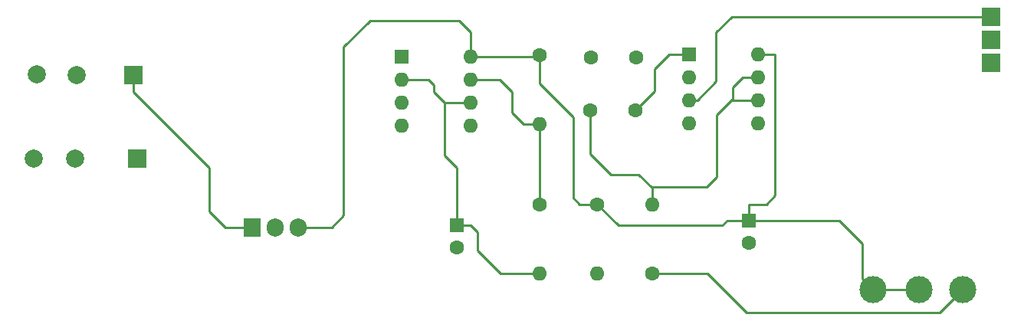
<source format=gbr>
%TF.GenerationSoftware,KiCad,Pcbnew,7.0.8*%
%TF.CreationDate,2024-09-13T08:40:35+02:00*%
%TF.ProjectId,Servotester,53657276-6f74-4657-9374-65722e6b6963,rev?*%
%TF.SameCoordinates,Original*%
%TF.FileFunction,Copper,L2,Bot*%
%TF.FilePolarity,Positive*%
%FSLAX46Y46*%
G04 Gerber Fmt 4.6, Leading zero omitted, Abs format (unit mm)*
G04 Created by KiCad (PCBNEW 7.0.8) date 2024-09-13 08:40:35*
%MOMM*%
%LPD*%
G01*
G04 APERTURE LIST*
%TA.AperFunction,ComponentPad*%
%ADD10C,1.600000*%
%TD*%
%TA.AperFunction,ComponentPad*%
%ADD11O,1.600000X1.600000*%
%TD*%
%TA.AperFunction,ComponentPad*%
%ADD12R,1.600000X1.600000*%
%TD*%
%TA.AperFunction,ComponentPad*%
%ADD13R,2.000000X2.000000*%
%TD*%
%TA.AperFunction,ComponentPad*%
%ADD14R,1.905000X2.000000*%
%TD*%
%TA.AperFunction,ComponentPad*%
%ADD15O,1.905000X2.000000*%
%TD*%
%TA.AperFunction,ComponentPad*%
%ADD16C,2.000000*%
%TD*%
%TA.AperFunction,ComponentPad*%
%ADD17C,3.000000*%
%TD*%
%TA.AperFunction,Conductor*%
%ADD18C,0.250000*%
%TD*%
G04 APERTURE END LIST*
D10*
%TO.P,10n,1*%
%TO.N,Net-(U4-TR)*%
X95758000Y-87884000D03*
%TO.P,10n,2*%
%TO.N,Net-(U3-Q)*%
X90758000Y-87884000D03*
%TD*%
%TO.P,10k,1*%
%TO.N,Net-(U2-VO)*%
X85090000Y-87630000D03*
D11*
%TO.P,10k,2*%
%TO.N,Net-(U3-DIS)*%
X85090000Y-95250000D03*
%TD*%
D10*
%TO.P,33K,1*%
%TO.N,Net-(U3-DIS)*%
X85090000Y-104140000D03*
D11*
%TO.P,33K,2*%
%TO.N,Net-(U3-THR)*%
X85090000Y-111760000D03*
%TD*%
D10*
%TO.P,100K,1*%
%TO.N,Net-(U2-VO)*%
X91440000Y-104140000D03*
D11*
%TO.P,100K,2*%
%TO.N,Net-(U4-TR)*%
X91440000Y-111760000D03*
%TD*%
D10*
%TO.P,1K,1*%
%TO.N,Net-(R4-Pad1)*%
X97536000Y-111760000D03*
D11*
%TO.P,1K,2*%
%TO.N,Net-(U4-DIS)*%
X97536000Y-104140000D03*
%TD*%
D12*
%TO.P,NE555,1,GND*%
%TO.N,Net-(U2-GND)*%
X69850000Y-87807800D03*
D11*
%TO.P,NE555,2,TR*%
%TO.N,Net-(U3-THR)*%
X69850000Y-90347800D03*
%TO.P,NE555,3,Q*%
%TO.N,Net-(U3-Q)*%
X69850000Y-92887800D03*
%TO.P,NE555,4,R*%
%TO.N,unconnected-(U3-R-Pad4)*%
X69850000Y-95427800D03*
%TO.P,NE555,5,CV*%
%TO.N,unconnected-(U3-CV-Pad5)*%
X77470000Y-95427800D03*
%TO.P,NE555,6,THR*%
%TO.N,Net-(U3-THR)*%
X77470000Y-92887800D03*
%TO.P,NE555,7,DIS*%
%TO.N,Net-(U3-DIS)*%
X77470000Y-90347800D03*
%TO.P,NE555,8,VCC*%
%TO.N,Net-(U2-VO)*%
X77470000Y-87807800D03*
%TD*%
D12*
%TO.P,NE555,1,GND*%
%TO.N,Net-(U2-GND)*%
X101600000Y-87553800D03*
D11*
%TO.P,NE555,2,TR*%
%TO.N,Net-(U4-TR)*%
X101600000Y-90093800D03*
%TO.P,NE555,3,Q*%
%TO.N,Net-(U4-Q)*%
X101600000Y-92633800D03*
%TO.P,NE555,4,R*%
%TO.N,unconnected-(U4-R-Pad4)*%
X101600000Y-95173800D03*
%TO.P,NE555,5,CV*%
%TO.N,unconnected-(U4-CV-Pad5)*%
X109220000Y-95173800D03*
%TO.P,NE555,6,THR*%
%TO.N,Net-(U4-DIS)*%
X109220000Y-92633800D03*
%TO.P,NE555,7,DIS*%
X109220000Y-90093800D03*
%TO.P,NE555,8,VCC*%
%TO.N,Net-(U2-VO)*%
X109220000Y-87553800D03*
%TD*%
D13*
%TO.P,VCC,1,LP*%
%TO.N,Net-(U4-Q)*%
X134924800Y-83413600D03*
%TD*%
%TO.P,Q,1,LP*%
%TO.N,Net-(U2-VO)*%
X134924800Y-85953600D03*
%TD*%
%TO.P,GND,1,LP_GND*%
%TO.N,Net-(U2-GND)*%
X40640000Y-99060000D03*
%TD*%
D14*
%TO.P,7805,1,VO*%
%TO.N,Net-(U1-LP_Vcc)*%
X53340000Y-106680000D03*
D15*
%TO.P,7805,2,GND*%
%TO.N,Net-(U2-GND)*%
X55880000Y-106680000D03*
%TO.P,7805,3,VI*%
%TO.N,Net-(U2-VO)*%
X58420000Y-106680000D03*
%TD*%
D13*
%TO.P,9V,1,LP_Vcc*%
%TO.N,Net-(U1-LP_Vcc)*%
X40170100Y-89865200D03*
%TD*%
D16*
%TO.P, ,1*%
%TO.N,N/C*%
X29540200Y-89827100D03*
%TD*%
%TO.P, ,1*%
%TO.N,N/C*%
X33743900Y-99060000D03*
%TD*%
D13*
%TO.P,GND,1,LP*%
%TO.N,Net-(U2-GND)*%
X134924800Y-88493600D03*
%TD*%
D12*
%TO.P,1uF,1*%
%TO.N,Net-(U3-THR)*%
X75946000Y-106426000D03*
D10*
%TO.P,1uF,2*%
%TO.N,Net-(U2-GND)*%
X75946000Y-108926000D03*
%TD*%
%TO.P,100n,1*%
%TO.N,Net-(U4-DIS)*%
X90678000Y-93726000D03*
%TO.P,100n,2*%
%TO.N,Net-(U2-GND)*%
X95678000Y-93726000D03*
%TD*%
D12*
%TO.P,100uF,1*%
%TO.N,Net-(U2-VO)*%
X108204000Y-105918000D03*
D10*
%TO.P,100uF,2*%
%TO.N,Net-(U2-GND)*%
X108204000Y-108418000D03*
%TD*%
D17*
%TO.P,20K lin,1*%
%TO.N,Net-(U2-VO)*%
X121920000Y-113538000D03*
%TD*%
%TO.P,LP,1*%
%TO.N,Net-(R4-Pad1)*%
X131826000Y-113538000D03*
%TD*%
%TO.P,LP,1*%
%TO.N,Net-(U2-VO)*%
X127000000Y-113538000D03*
%TD*%
D16*
%TO.P, ,1*%
%TO.N,N/C*%
X33921700Y-89877900D03*
%TD*%
%TO.P, ,1*%
%TO.N,N/C*%
X29171900Y-99060000D03*
%TD*%
D18*
%TO.N,Net-(U3-THR)*%
X74599800Y-98729800D02*
X74599800Y-92887800D01*
X78232000Y-109220000D02*
X78232000Y-107188000D01*
X74599800Y-92887800D02*
X73406000Y-91694000D01*
X75946000Y-100076000D02*
X74599800Y-98729800D01*
X78232000Y-107188000D02*
X77470000Y-106426000D01*
X77470000Y-92887800D02*
X74599800Y-92887800D01*
X80772000Y-111760000D02*
X78232000Y-109220000D01*
X73406000Y-91694000D02*
X73406000Y-90932000D01*
X73406000Y-90932000D02*
X72821800Y-90347800D01*
X77470000Y-106426000D02*
X75946000Y-106426000D01*
X72821800Y-90347800D02*
X69850000Y-90347800D01*
X85090000Y-111760000D02*
X80772000Y-111760000D01*
X75946000Y-106426000D02*
X75946000Y-100076000D01*
%TO.N,Net-(U2-GND)*%
X97790000Y-89154000D02*
X97790000Y-91614000D01*
X97790000Y-91614000D02*
X95678000Y-93726000D01*
X101600000Y-87553800D02*
X99390200Y-87553800D01*
X99390200Y-87553800D02*
X97790000Y-89154000D01*
%TO.N,Net-(R4-Pad1)*%
X97536000Y-111760000D02*
X103632000Y-111760000D01*
X103632000Y-111760000D02*
X107950000Y-116078000D01*
X107950000Y-116078000D02*
X129286000Y-116078000D01*
X129286000Y-116078000D02*
X131826000Y-113538000D01*
%TO.N,Net-(U4-DIS)*%
X92964000Y-100838000D02*
X96012000Y-100838000D01*
X97409000Y-102235000D02*
X97536000Y-102362000D01*
X106426000Y-91186000D02*
X106426000Y-92456000D01*
X104648000Y-94234000D02*
X104648000Y-101092000D01*
X97536000Y-102362000D02*
X97536000Y-104140000D01*
X103505000Y-102235000D02*
X97409000Y-102235000D01*
X107518200Y-90093800D02*
X106426000Y-91186000D01*
X104648000Y-101092000D02*
X103505000Y-102235000D01*
X109220000Y-92633800D02*
X106248200Y-92633800D01*
X106248200Y-92633800D02*
X104648000Y-94234000D01*
X90678000Y-98552000D02*
X92964000Y-100838000D01*
X106426000Y-92456000D02*
X106248200Y-92633800D01*
X109220000Y-90093800D02*
X107518200Y-90093800D01*
X90678000Y-93726000D02*
X90678000Y-98552000D01*
X96012000Y-100838000D02*
X97409000Y-102235000D01*
%TO.N,Net-(U2-VO)*%
X76200000Y-83820000D02*
X66395600Y-83820000D01*
X118160800Y-105918000D02*
X108204000Y-105918000D01*
X121920000Y-113538000D02*
X120751600Y-112369600D01*
X105257600Y-106476800D02*
X105816400Y-105918000D01*
X109220000Y-87553800D02*
X111074200Y-87553800D01*
X63449200Y-86766400D02*
X63449200Y-105359200D01*
X105816400Y-105918000D02*
X108204000Y-105918000D01*
X85090000Y-90779600D02*
X88798400Y-94488000D01*
X77470000Y-87807800D02*
X84912200Y-87807800D01*
X110134400Y-104140000D02*
X108204000Y-104140000D01*
X111099600Y-103174800D02*
X110134400Y-104140000D01*
X93776800Y-106476800D02*
X105257600Y-106476800D01*
X77470000Y-87807800D02*
X77470000Y-85090000D01*
X120751600Y-108508800D02*
X118160800Y-105918000D01*
X120751600Y-112369600D02*
X120751600Y-108508800D01*
X108204000Y-105918000D02*
X108204000Y-104140000D01*
X62128400Y-106680000D02*
X58420000Y-106680000D01*
X111074200Y-87553800D02*
X111099600Y-87579200D01*
X63449200Y-105359200D02*
X62128400Y-106680000D01*
X85090000Y-87630000D02*
X85090000Y-90779600D01*
X84912200Y-87807800D02*
X85090000Y-87630000D01*
X127000000Y-113538000D02*
X121920000Y-113538000D01*
X77470000Y-85090000D02*
X76200000Y-83820000D01*
X88798400Y-94488000D02*
X88798400Y-103428800D01*
X111099600Y-87579200D02*
X111099600Y-103174800D01*
X89509600Y-104140000D02*
X91440000Y-104140000D01*
X66395600Y-83820000D02*
X63449200Y-86766400D01*
X88798400Y-103428800D02*
X89509600Y-104140000D01*
X91440000Y-104140000D02*
X93776800Y-106476800D01*
%TO.N,Net-(U3-DIS)*%
X85090000Y-104140000D02*
X85090000Y-95250000D01*
X83312000Y-95250000D02*
X85090000Y-95250000D01*
X82042000Y-93980000D02*
X83312000Y-95250000D01*
X82042000Y-91694000D02*
X82042000Y-93980000D01*
X80695800Y-90347800D02*
X82042000Y-91694000D01*
X77470000Y-90347800D02*
X80695800Y-90347800D01*
%TO.N,Net-(U1-LP_Vcc)*%
X40170100Y-91732100D02*
X48564800Y-100126800D01*
X50342800Y-106730800D02*
X50393600Y-106680000D01*
X48564800Y-104952800D02*
X50342800Y-106730800D01*
X50393600Y-106680000D02*
X53340000Y-106680000D01*
X40170100Y-89865200D02*
X40170100Y-91732100D01*
X48564800Y-100126800D02*
X48564800Y-104952800D01*
%TO.N,Net-(U4-Q)*%
X102489000Y-92633800D02*
X104597200Y-90525600D01*
X106324400Y-83413600D02*
X134924800Y-83413600D01*
X104597200Y-85140800D02*
X106324400Y-83413600D01*
X104597200Y-90525600D02*
X104597200Y-85140800D01*
X101600000Y-92633800D02*
X102489000Y-92633800D01*
%TD*%
M02*

</source>
